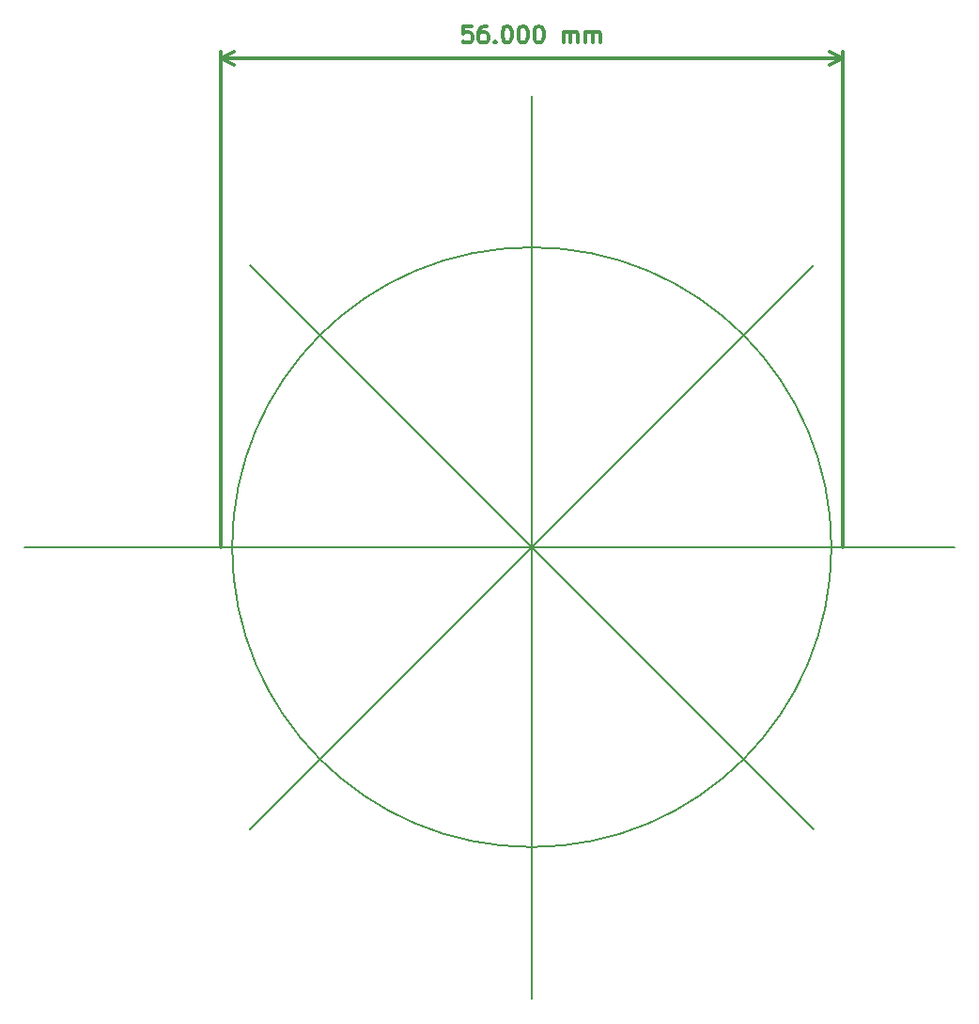
<source format=gbr>
G04 #@! TF.GenerationSoftware,KiCad,Pcbnew,5.0.2-bee76a0~70~ubuntu18.04.1*
G04 #@! TF.CreationDate,2019-07-07T00:00:34+02:00*
G04 #@! TF.ProjectId,neuromime_1.0.1,6e657572-6f6d-4696-9d65-5f312e302e31,rev?*
G04 #@! TF.SameCoordinates,Original*
G04 #@! TF.FileFunction,Drawing*
%FSLAX46Y46*%
G04 Gerber Fmt 4.6, Leading zero omitted, Abs format (unit mm)*
G04 Created by KiCad (PCBNEW 5.0.2-bee76a0~70~ubuntu18.04.1) date Sun 07 Jul 2019 12:00:34 AM CEST*
%MOMM*%
%LPD*%
G01*
G04 APERTURE LIST*
%ADD10C,0.200000*%
%ADD11C,0.300000*%
G04 APERTURE END LIST*
D10*
X150000000Y-9360000D02*
X150000000Y-90640000D01*
X104280000Y-50000000D02*
X188100000Y-50000000D01*
X177000000Y-50000000D02*
G75*
G03X177000000Y-50000000I-27000000J0D01*
G01*
D11*
X144571428Y-3078571D02*
X143857142Y-3078571D01*
X143785714Y-3792857D01*
X143857142Y-3721428D01*
X144000000Y-3650000D01*
X144357142Y-3650000D01*
X144500000Y-3721428D01*
X144571428Y-3792857D01*
X144642857Y-3935714D01*
X144642857Y-4292857D01*
X144571428Y-4435714D01*
X144500000Y-4507142D01*
X144357142Y-4578571D01*
X144000000Y-4578571D01*
X143857142Y-4507142D01*
X143785714Y-4435714D01*
X145928571Y-3078571D02*
X145642857Y-3078571D01*
X145500000Y-3150000D01*
X145428571Y-3221428D01*
X145285714Y-3435714D01*
X145214285Y-3721428D01*
X145214285Y-4292857D01*
X145285714Y-4435714D01*
X145357142Y-4507142D01*
X145500000Y-4578571D01*
X145785714Y-4578571D01*
X145928571Y-4507142D01*
X146000000Y-4435714D01*
X146071428Y-4292857D01*
X146071428Y-3935714D01*
X146000000Y-3792857D01*
X145928571Y-3721428D01*
X145785714Y-3650000D01*
X145500000Y-3650000D01*
X145357142Y-3721428D01*
X145285714Y-3792857D01*
X145214285Y-3935714D01*
X146714285Y-4435714D02*
X146785714Y-4507142D01*
X146714285Y-4578571D01*
X146642857Y-4507142D01*
X146714285Y-4435714D01*
X146714285Y-4578571D01*
X147714285Y-3078571D02*
X147857142Y-3078571D01*
X148000000Y-3150000D01*
X148071428Y-3221428D01*
X148142857Y-3364285D01*
X148214285Y-3650000D01*
X148214285Y-4007142D01*
X148142857Y-4292857D01*
X148071428Y-4435714D01*
X148000000Y-4507142D01*
X147857142Y-4578571D01*
X147714285Y-4578571D01*
X147571428Y-4507142D01*
X147500000Y-4435714D01*
X147428571Y-4292857D01*
X147357142Y-4007142D01*
X147357142Y-3650000D01*
X147428571Y-3364285D01*
X147500000Y-3221428D01*
X147571428Y-3150000D01*
X147714285Y-3078571D01*
X149142857Y-3078571D02*
X149285714Y-3078571D01*
X149428571Y-3150000D01*
X149500000Y-3221428D01*
X149571428Y-3364285D01*
X149642857Y-3650000D01*
X149642857Y-4007142D01*
X149571428Y-4292857D01*
X149500000Y-4435714D01*
X149428571Y-4507142D01*
X149285714Y-4578571D01*
X149142857Y-4578571D01*
X149000000Y-4507142D01*
X148928571Y-4435714D01*
X148857142Y-4292857D01*
X148785714Y-4007142D01*
X148785714Y-3650000D01*
X148857142Y-3364285D01*
X148928571Y-3221428D01*
X149000000Y-3150000D01*
X149142857Y-3078571D01*
X150571428Y-3078571D02*
X150714285Y-3078571D01*
X150857142Y-3150000D01*
X150928571Y-3221428D01*
X151000000Y-3364285D01*
X151071428Y-3650000D01*
X151071428Y-4007142D01*
X151000000Y-4292857D01*
X150928571Y-4435714D01*
X150857142Y-4507142D01*
X150714285Y-4578571D01*
X150571428Y-4578571D01*
X150428571Y-4507142D01*
X150357142Y-4435714D01*
X150285714Y-4292857D01*
X150214285Y-4007142D01*
X150214285Y-3650000D01*
X150285714Y-3364285D01*
X150357142Y-3221428D01*
X150428571Y-3150000D01*
X150571428Y-3078571D01*
X152857142Y-4578571D02*
X152857142Y-3578571D01*
X152857142Y-3721428D02*
X152928571Y-3650000D01*
X153071428Y-3578571D01*
X153285714Y-3578571D01*
X153428571Y-3650000D01*
X153500000Y-3792857D01*
X153500000Y-4578571D01*
X153500000Y-3792857D02*
X153571428Y-3650000D01*
X153714285Y-3578571D01*
X153928571Y-3578571D01*
X154071428Y-3650000D01*
X154142857Y-3792857D01*
X154142857Y-4578571D01*
X154857142Y-4578571D02*
X154857142Y-3578571D01*
X154857142Y-3721428D02*
X154928571Y-3650000D01*
X155071428Y-3578571D01*
X155285714Y-3578571D01*
X155428571Y-3650000D01*
X155500000Y-3792857D01*
X155500000Y-4578571D01*
X155500000Y-3792857D02*
X155571428Y-3650000D01*
X155714285Y-3578571D01*
X155928571Y-3578571D01*
X156071428Y-3650000D01*
X156142857Y-3792857D01*
X156142857Y-4578571D01*
X122000000Y-6000000D02*
X178000000Y-6000000D01*
X122000000Y-50000000D02*
X122000000Y-5413579D01*
X178000000Y-50000000D02*
X178000000Y-5413579D01*
X178000000Y-6000000D02*
X176873496Y-6586421D01*
X178000000Y-6000000D02*
X176873496Y-5413579D01*
X122000000Y-6000000D02*
X123126504Y-6586421D01*
X122000000Y-6000000D02*
X123126504Y-5413579D01*
D10*
X175400000Y-24600000D02*
X124600000Y-75400000D01*
X124600000Y-24600000D02*
X175400000Y-75400000D01*
M02*

</source>
